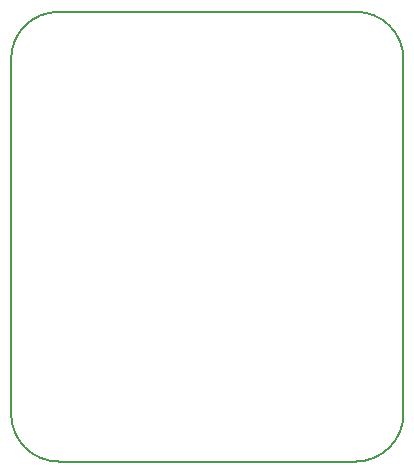
<source format=gm1>
G04*
G04 #@! TF.GenerationSoftware,Altium Limited,Altium Designer,22.5.1 (42)*
G04*
G04 Layer_Color=65535*
%FSLAX24Y24*%
%MOIN*%
G70*
G04*
G04 #@! TF.SameCoordinates,90FD04DD-598D-4D9C-97AF-6977CF96076A*
G04*
G04*
G04 #@! TF.FilePolarity,Positive*
G04*
G01*
G75*
%ADD12C,0.0079*%
%ADD16C,0.0079*%
D12*
X13089Y13423D02*
G03*
X11500Y14999I-1576J0D01*
G01*
X13089Y13410D02*
G03*
X13089Y13423I-1576J14D01*
G01*
X11500Y11D02*
G03*
X13089Y1600I-4J1593D01*
G01*
X1600Y14999D02*
G03*
X11Y13410I-14J-1576D01*
G01*
X11Y1600D02*
G03*
X1600Y11I1589J0D01*
G01*
X13089Y13410D02*
Y13410D01*
X13089Y1600D02*
X13089Y13410D01*
X11500Y14999D02*
X11500D01*
X1600D02*
X11500D01*
X1600D02*
X1600D01*
X11Y13410D02*
Y13410D01*
Y13410D02*
X11Y1600D01*
Y1600D02*
Y1600D01*
X1600Y11D02*
X11500D01*
X1600D02*
X1600D01*
X13089Y13423D02*
G03*
X11500Y14999I-1576J0D01*
G01*
X13089Y13410D02*
G03*
X13089Y13423I-1576J14D01*
G01*
X11500Y11D02*
G03*
X13089Y1600I-4J1593D01*
G01*
X1600Y14999D02*
G03*
X11Y13410I-14J-1576D01*
G01*
X11Y1600D02*
G03*
X1600Y11I1589J0D01*
G01*
X13089Y13410D02*
Y13410D01*
X13089Y1600D02*
X13089Y13410D01*
X11500Y14999D02*
X11500D01*
X1600D02*
X11500D01*
X1600D02*
X1600D01*
X11Y13410D02*
Y13410D01*
Y13410D02*
X11Y1600D01*
Y1600D02*
Y1600D01*
X1600Y11D02*
X11500D01*
X1600D02*
X1600D01*
D16*
X11500Y14999D02*
D03*
X13089Y13410D02*
D03*
X13089Y1600D02*
D03*
X13089D02*
D03*
X11500Y11D02*
D03*
X11Y13410D02*
D03*
X1600Y14999D02*
D03*
X11500Y14999D02*
D03*
X13089Y13410D02*
D03*
X13089Y1600D02*
D03*
X13089D02*
D03*
X11500Y11D02*
D03*
X11Y13410D02*
D03*
X1600Y14999D02*
D03*
M02*

</source>
